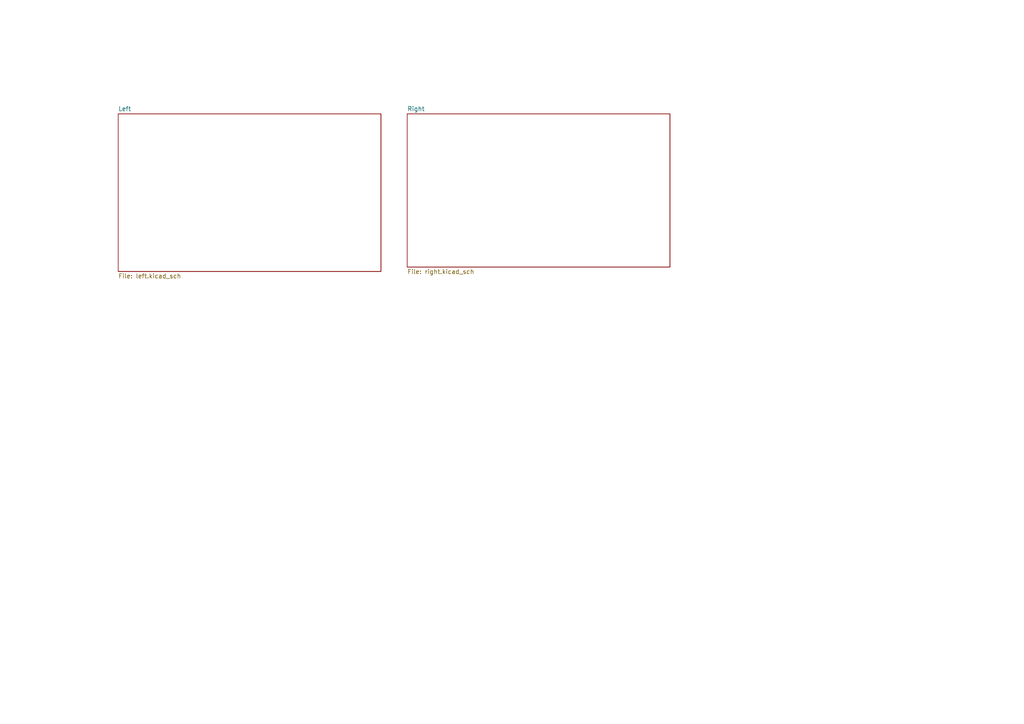
<source format=kicad_sch>
(kicad_sch
	(version 20231120)
	(generator "eeschema")
	(generator_version "8.0")
	(uuid "6ec8b6a4-7a1d-441c-944d-071c666ef218")
	(paper "A4")
	(lib_symbols)
	(sheet
		(at 118.11 33.02)
		(size 76.2 44.45)
		(fields_autoplaced yes)
		(stroke
			(width 0.1524)
			(type solid)
		)
		(fill
			(color 0 0 0 0.0000)
		)
		(uuid "52652229-652a-4664-b356-87575489be95")
		(property "Sheetname" "Right"
			(at 118.11 32.3084 0)
			(effects
				(font
					(size 1.27 1.27)
				)
				(justify left bottom)
			)
		)
		(property "Sheetfile" "right.kicad_sch"
			(at 118.11 78.0546 0)
			(effects
				(font
					(size 1.27 1.27)
				)
				(justify left top)
			)
		)
		(instances
			(project "split"
				(path "/6ec8b6a4-7a1d-441c-944d-071c666ef218"
					(page "3")
				)
			)
		)
	)
	(sheet
		(at 34.29 33.02)
		(size 76.2 45.72)
		(fields_autoplaced yes)
		(stroke
			(width 0.1524)
			(type solid)
		)
		(fill
			(color 0 0 0 0.0000)
		)
		(uuid "57f4b6e4-d0d4-40c1-9463-bfc8be017da8")
		(property "Sheetname" "Left"
			(at 34.29 32.3084 0)
			(effects
				(font
					(size 1.27 1.27)
				)
				(justify left bottom)
			)
		)
		(property "Sheetfile" "left.kicad_sch"
			(at 34.29 79.3246 0)
			(effects
				(font
					(size 1.27 1.27)
				)
				(justify left top)
			)
		)
		(instances
			(project "split"
				(path "/6ec8b6a4-7a1d-441c-944d-071c666ef218"
					(page "2")
				)
			)
		)
	)
	(sheet_instances
		(path "/"
			(page "1")
		)
	)
)

</source>
